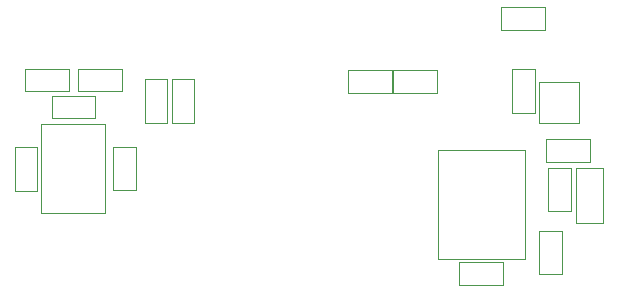
<source format=gbr>
G04 #@! TF.GenerationSoftware,KiCad,Pcbnew,(5.0.0-rc2-dev-586-g888c43477)*
G04 #@! TF.CreationDate,2018-06-03T15:17:15-03:00*
G04 #@! TF.ProjectId,Signal,5369676E616C2E6B696361645F706362,rev?*
G04 #@! TF.SameCoordinates,Original*
G04 #@! TF.FileFunction,Other,User*
%FSLAX46Y46*%
G04 Gerber Fmt 4.6, Leading zero omitted, Abs format (unit mm)*
G04 Created by KiCad (PCBNEW (5.0.0-rc2-dev-586-g888c43477)) date 06/03/18 15:17:15*
%MOMM*%
%LPD*%
G01*
G04 APERTURE LIST*
%ADD10C,0.050000*%
G04 APERTURE END LIST*
D10*
X32860000Y-26200000D02*
X32860000Y-24300000D01*
X32860000Y-24300000D02*
X29140000Y-24300000D01*
X29140000Y-24300000D02*
X29140000Y-26200000D01*
X29140000Y-26200000D02*
X32860000Y-26200000D01*
X30610000Y-23950000D02*
X30610000Y-22050000D01*
X30610000Y-22050000D02*
X26890000Y-22050000D01*
X26890000Y-22050000D02*
X26890000Y-23950000D01*
X26890000Y-23950000D02*
X30610000Y-23950000D01*
X31390000Y-23950000D02*
X35110000Y-23950000D01*
X31390000Y-22050000D02*
X31390000Y-23950000D01*
X35110000Y-22050000D02*
X31390000Y-22050000D01*
X35110000Y-23950000D02*
X35110000Y-22050000D01*
X36256000Y-32340000D02*
X36256000Y-28620000D01*
X34356000Y-32340000D02*
X36256000Y-32340000D01*
X34356000Y-28620000D02*
X34356000Y-32340000D01*
X36256000Y-28620000D02*
X34356000Y-28620000D01*
X38950000Y-22890000D02*
X37050000Y-22890000D01*
X37050000Y-22890000D02*
X37050000Y-26610000D01*
X37050000Y-26610000D02*
X38950000Y-26610000D01*
X38950000Y-26610000D02*
X38950000Y-22890000D01*
X28288000Y-26750000D02*
X33688000Y-26750000D01*
X28288000Y-34210000D02*
X33688000Y-34210000D01*
X28288000Y-26750000D02*
X28288000Y-34210000D01*
X33688000Y-26750000D02*
X33688000Y-34210000D01*
X41200000Y-26610000D02*
X41200000Y-22890000D01*
X39300000Y-26610000D02*
X41200000Y-26610000D01*
X39300000Y-22890000D02*
X39300000Y-26610000D01*
X41200000Y-22890000D02*
X39300000Y-22890000D01*
X26050000Y-32360000D02*
X27950000Y-32360000D01*
X27950000Y-32360000D02*
X27950000Y-28640000D01*
X27950000Y-28640000D02*
X26050000Y-28640000D01*
X26050000Y-28640000D02*
X26050000Y-32360000D01*
X73836000Y-23142000D02*
X70436000Y-23142000D01*
X70436000Y-23142000D02*
X70436000Y-26642000D01*
X70436000Y-26642000D02*
X73836000Y-26642000D01*
X73836000Y-26642000D02*
X73836000Y-23142000D01*
X73086000Y-34118000D02*
X73086000Y-30398000D01*
X71186000Y-34118000D02*
X73086000Y-34118000D01*
X71186000Y-30398000D02*
X71186000Y-34118000D01*
X73086000Y-30398000D02*
X71186000Y-30398000D01*
X63672000Y-38420000D02*
X63672000Y-40320000D01*
X63672000Y-40320000D02*
X67392000Y-40320000D01*
X67392000Y-40320000D02*
X67392000Y-38420000D01*
X67392000Y-38420000D02*
X63672000Y-38420000D01*
X73526000Y-30416000D02*
X73526000Y-35116000D01*
X73526000Y-35116000D02*
X75826000Y-35116000D01*
X75826000Y-35116000D02*
X75826000Y-30416000D01*
X73526000Y-30416000D02*
X75826000Y-30416000D01*
X72324000Y-35732000D02*
X70424000Y-35732000D01*
X70424000Y-35732000D02*
X70424000Y-39452000D01*
X70424000Y-39452000D02*
X72324000Y-39452000D01*
X72324000Y-39452000D02*
X72324000Y-35732000D01*
X67228000Y-18730000D02*
X70948000Y-18730000D01*
X67228000Y-16830000D02*
X67228000Y-18730000D01*
X70948000Y-16830000D02*
X67228000Y-16830000D01*
X70948000Y-18730000D02*
X70948000Y-16830000D01*
X71038000Y-28006000D02*
X71038000Y-29906000D01*
X71038000Y-29906000D02*
X74758000Y-29906000D01*
X74758000Y-29906000D02*
X74758000Y-28006000D01*
X74758000Y-28006000D02*
X71038000Y-28006000D01*
X70038000Y-25784500D02*
X70038000Y-22064500D01*
X68138000Y-25784500D02*
X70038000Y-25784500D01*
X68138000Y-22064500D02*
X68138000Y-25784500D01*
X70038000Y-22064500D02*
X68138000Y-22064500D01*
X58084000Y-22164000D02*
X58084000Y-24064000D01*
X58084000Y-24064000D02*
X61804000Y-24064000D01*
X61804000Y-24064000D02*
X61804000Y-22164000D01*
X61804000Y-22164000D02*
X58084000Y-22164000D01*
X57994000Y-24064000D02*
X57994000Y-22164000D01*
X57994000Y-22164000D02*
X54274000Y-22164000D01*
X54274000Y-22164000D02*
X54274000Y-24064000D01*
X54274000Y-24064000D02*
X57994000Y-24064000D01*
X61832000Y-38178000D02*
X61832000Y-28878000D01*
X69232000Y-38178000D02*
X69232000Y-28878000D01*
X61832000Y-38178000D02*
X69232000Y-38178000D01*
X61832000Y-28878000D02*
X69232000Y-28878000D01*
M02*

</source>
